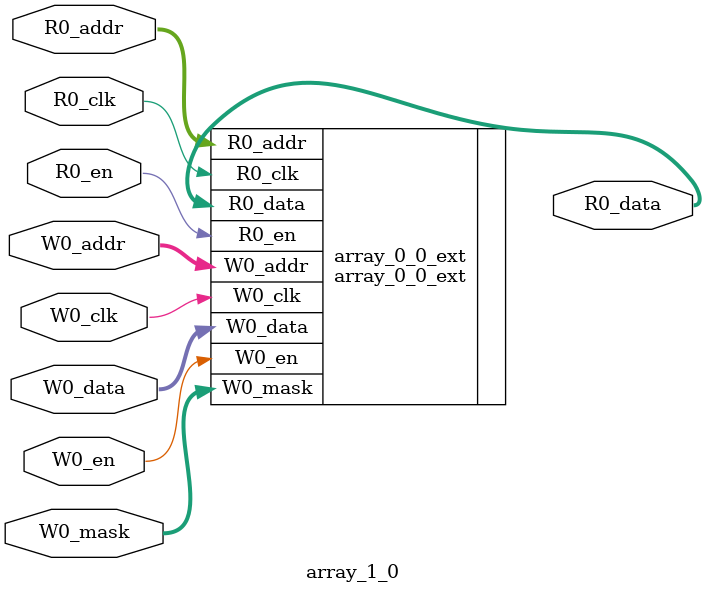
<source format=sv>
module array_1_0(	// @[generators/rocket-chip/src/main/scala/util/DescribedSRAM.scala:17:26]
  input  [7:0]   R0_addr,
  input          R0_en,
  input          R0_clk,
  output [127:0] R0_data,
  input  [7:0]   W0_addr,
  input          W0_en,
  input          W0_clk,
  input  [127:0] W0_data,
  input  [1:0]   W0_mask
);

  array_0_0_ext array_0_0_ext (	// @[generators/rocket-chip/src/main/scala/util/DescribedSRAM.scala:17:26]
    .R0_addr (R0_addr),
    .R0_en   (R0_en),
    .R0_clk  (R0_clk),
    .R0_data (R0_data),
    .W0_addr (W0_addr),
    .W0_en   (W0_en),
    .W0_clk  (W0_clk),
    .W0_data (W0_data),
    .W0_mask (W0_mask)
  );	// @[generators/rocket-chip/src/main/scala/util/DescribedSRAM.scala:17:26]
endmodule


</source>
